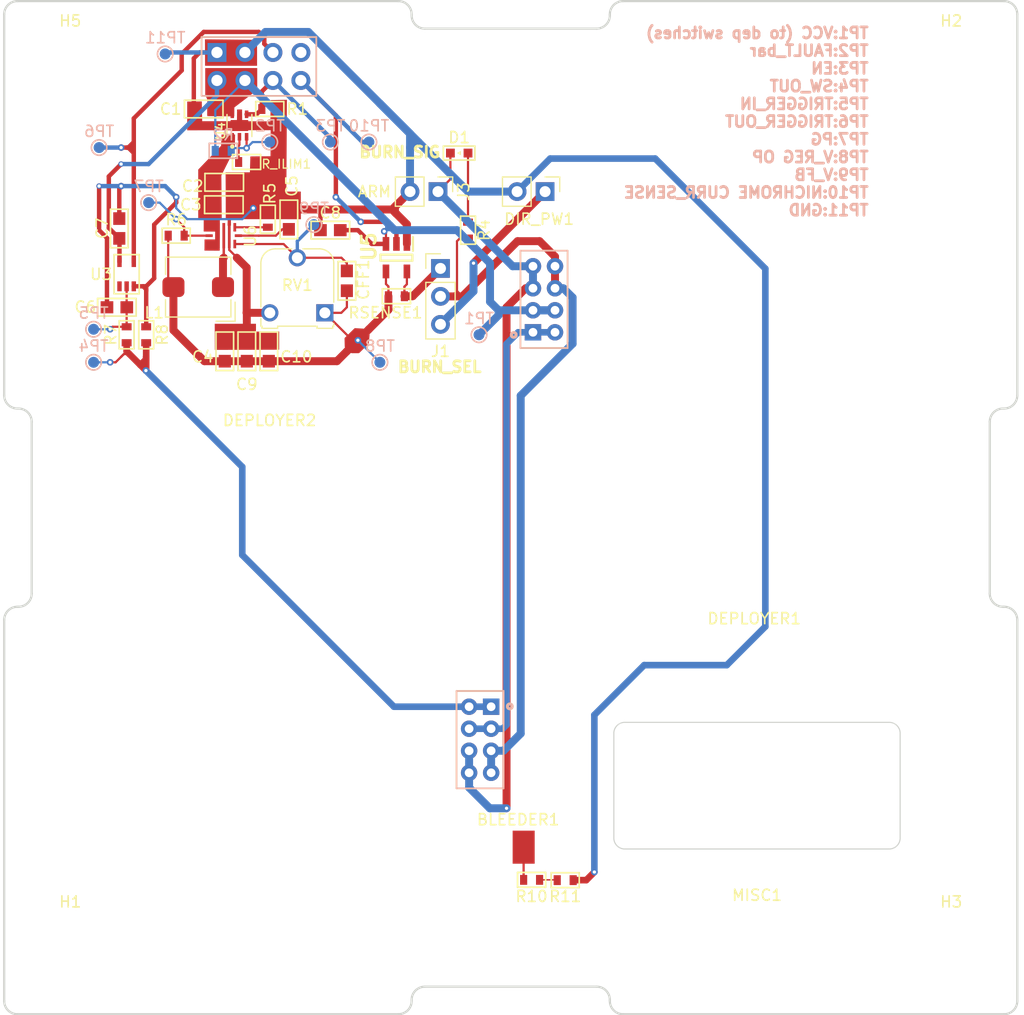
<source format=kicad_pcb>
(kicad_pcb (version 20240108) (generator "pcbnew") (generator_version "8.0")
  (layers (0 "F.Cu" signal "Top Layer") (31 "B.Cu" signal "Bottom Layer") (34 "B.Paste" user "Bottom Paste") (35 "F.Paste" user "Top Paste") (36 "B.SilkS" user "Bottom Overlay") (37 "F.SilkS" user "Top Overlay") (38 "B.Mask" user "Bottom Solder") (39 "F.Mask" user "Top Solder") (44 "Edge.Cuts" user))
  (property "ADDRESS1" "Engineering Office Wing Room 148, University of Victoria")
  (property "ADDRESS2" "3800 Finnerty Road")
  (property "ADDRESS3" "Victoria, BC, Canada")
  (property "ADDRESS4" "V8P 5C2")
  (property "APPROVEDBY" "")
  (property "AUTHOR" "Alexander Doknjas")
  (property "CONFIGURATIONPARAMETERS" "")
  (property "CONFIGURATORNAME" "")
  (property "DOCUMENTNUMBER" "13")
  (property "ENGINEER" "Alexander Doknjas")
  (property "ISUSERCONFIGURABLE" "")
  (property "PAGESETUP" "Record=PageOptions¦CenterHorizontal=True¦CenterVertical=True¦PrintScale=1.00¦XCorrection=1.00¦YCorrection=1.00¦PrintKind=1¦BorderSize=5000000¦LeftOffset=0¦BottomOffset=0¦Orientation=2¦PaperLength=1000¦PaperWidth=1000¦Scale=100¦PaperSource=7¦PrintQuality=-4¦MediaType=1¦DitherType=10¦PaperKind=Ledger¦PrintScaleMode=1")
  (property "SHEETTOTAL" "13")
  (property "SUBTITLE" "Subtitle")
  (property "VERSIONCONTROL_PROJFOLDERREVNUMBER" "")
  (property "VERSIONCONTROL_REVNUMBER" "")
  (net 0 "")
  (net 1 "/NetBLEEDER1_1")
  (net 2 "Net-(J1-Pin_2)")
  (net 3 "Vcc")
  (net 4 "Net-(J1-Pin_1)")
  (net 5 "/TRIGGER_IN")
  (net 6 "/NetD1_2")
  (net 7 "/RBW-LOW")
  (net 8 "Net-(U6-SW)")
  (net 9 "/NetDEPLOYER1_1")
  (net 10 "/SW_OUT")
  (net 11 "/Burn")
  (net 12 "GND")
  (net 13 "/VR")
  (net 15 "/NetR10_2")
  (net 16 "/TRIGGER_OUT")
  (net 18 "Net-(U6-SS_TR)")
  (net 19 "Net-(U6-FB)")
  (net 20 "/EN")
  (net 21 "/CS")
  (net 22 "Net-(U4-ILIM)")
  (net 23 "Net-(U4-~{FAULT})")
  (net 24 "Net-(U6-COMP_FSET)")
  (net 25 "Net-(U6-PG)")
  (net 26 "Net-(DIR_PW1-Pin_1)")
  (footprint "antenna:RES_0603_Panasonic" (layer "F.Cu") (at 147.0761 126.3986)
    (property "Reference" "R10")
    (property "Value" "10M" (hide yes))
  )
  (footprint "antenna:HEAD_TSW-104-14-L-D" (layer "F.Cu") (at 118.5045 53.8036)
    (property "Reference" "J4" (hide yes))
    (property "Value" "Backplane" (hide yes))
  )
  (footprint "antenna:RES_0603_Panasonic" (layer "F.Cu") (at 110.3011 76.8986 90)
    (property "Reference" "R7")
    (property "Value" "100k" (hide yes))
  )
  (footprint "MountingHole:MountingHole_3.2mm_M3" (layer "F.Cu") (at 105.1819 132.5986)
    (property "Reference" "H1")
    (property "Value" "MountingHole")
  )
  (footprint "antenna:CAP-0603-KEMET" (layer "F.Cu") (at 130.3011 71.9986 -90)
    (property "Reference" "CFF1")
    (property "Value" "120pF" (hide yes))
  )
  (footprint "antenna:MISC-BLEEDER-PAD" (layer "F.Cu") (at 146.35528 123.43136 -90)
    (property "Reference" "BLEEDER1")
    (property "Value" "Present (no need to buy)" (hide yes))
  )
  (footprint "antenna:RES_0603_Panasonic" (layer "F.Cu") (at 141.3011 67.3986 -90)
    (property "Reference" "R4")
    (property "Value" "1k" (hide yes))
  )
  (footprint "KiCad:SOT95P280X145-5N" (layer "F.Cu") (at 134.8011 69.8986 -90)
    (property "Reference" "U5")
    (property "Value" "MAX4372TEUK_T" (hide yes))
  )
  (footprint "antenna:CAP-0603-KEMET" (layer "F.Cu") (at 119.214691 78.3986 -90)
    (property "Reference" "C4")
    (property "Value" "22µF" (hide yes))
  )
  (footprint "antenna:RES_0603_Panasonic" (layer "F.Cu") (at 134.8011 73.3986)
    (property "Reference" "RSENSE1")
    (property "Value" "20m" (hide yes))
  )
  (footprint "MountingHole:MountingHole_3.2mm_M3" (layer "F.Cu") (at 185.1819 52.5986)
    (property "Reference" "H2")
    (property "Value" "MountingHole")
  )
  (footprint "Inductor_SMD:L_Bourns_SRP5030T" (layer "F.Cu") (at 116.8011 72.56769 180)
    (property "Reference" "L1")
    (property "Value" "0.56uH" (hide yes))
  )
  (footprint "Connector_PinHeader_2.54mm:PinHeader_1x02_P2.54mm_Vertical" (layer "F.Cu") (at 138.5761 63.8986 -90)
    (property "Reference" "J3")
    (property "Value" "ARM_Header" (hide yes))
  )
  (footprint "antenna:CAP-0603-KEMET" (layer "F.Cu") (at 119.13017 65.088575 180)
    (property "Reference" "C3")
    (property "Value" "22uF" (hide yes))
  )
  (footprint "antenna:CAP-0603-KEMET" (layer "F.Cu") (at 109.633707 67.247641 -90)
    (property "Reference" "C7")
    (property "Value" "0.1u" (hide yes))
  )
  (footprint "antenna:RES_0603_Panasonic" (layer "F.Cu") (at 121.194372 61.209901)
    (property "Reference" "R_ILIM1")
    (property "Value" "50k" (hide yes))
  )
  (footprint "antenna:RES_0603_Panasonic" (layer "F.Cu") (at 123.12346 66.408984 90)
    (property "Reference" "R5")
    (property "Value" "8.06k" (hide yes))
  )
  (footprint "antenna:IC_SC70-5" (layer "F.Cu") (at 110.3011 71.3986 180)
    (property "Reference" "U3")
    (property "Value" "SN74LVC1G17QDCKRQ1" (hide yes))
  )
  (footprint "antenna:RES_0603_Panasonic" (layer "F.Cu") (at 150.12717 126.42465)
    (property "Reference" "R11")
    (property "Value" "10M" (hide yes))
  )
  (footprint "antenna:LED_0603_150060RS75000" (layer "F.Cu") (at 139.7011 60.3986)
    (property "Reference" "D1")
    (property "Value" "RED")
  )
  (footprint "antenna:CAP-0603-KEMET" (layer "F.Cu") (at 109.41471 74.402132)
    (property "Reference" "C6")
    (property "Value" "1u" (hide yes))
  )
  (footprint "antenna:MISC-FERRITE-2661480002" (layer "F.Cu") (at 167.5433 117.8444 180)
    (property "Reference" "MISC1")
    (property "Value" "Ferrite bead")
    (fp_poly (pts (xy -13 4.75) (xy -13 -4.75) (xy -13 -4.84849) (xy -12.96157 -5.04169) (xy -12.88619 -5.22368) (xy -12.77675 -5.38746) (xy -12.63746 -5.52675) (xy -12.47368 -5.63619) (xy -12.29169 -5.71157) (xy -12.09849 -5.75) (xy -12 -5.75) (xy 12 -5.75) (xy 12.09849 -5.75) (xy 12.29169 -5.71157) (xy 12.47368 -5.63619) (xy 12.63746 -5.52675) (xy 12.77675 -5.38746) (xy 12.88619 -5.22368) (xy 12.96157 -5.04169) (xy 13 -4.84849) (xy 13 -4.75) (xy 13 4.75) (xy 13 4.84849) (xy 12.96157 5.04169) (xy 12.88619 5.22368) (xy 12.77675 5.38746) (xy 12.63746 5.52675) (xy 12.47368 5.63619) (xy 12.29169 5.71157) (xy 12.09849 5.75) (xy 12 5.75) (xy -12 5.75) (xy -12.09849 5.75) (xy -12.29169 5.71157) (xy -12.47368 5.63619) (xy -12.63746 5.52675) (xy -12.77675 5.38746) (xy -12.88619 5.22368) (xy -12.96157 5.04169) (xy -13 4.84849)) (stroke (width 0.1)) (fill none) (layer "Edge.Cuts"))
  )
  (footprint "antenna:RES_0603_Panasonic" (layer "F.Cu") (at 123.3011 56.3986 180)
    (property "Reference" "R1")
    (property "Value" "300k" (hide yes))
  )
  (footprint "antenna:CAP-0603-KEMET" (layer "F.Cu") (at 121.214691 78.3986 -90)
    (property "Reference" "C9")
    (property "Value" "22µF" (hide yes))
  )
  (footprint "antenna:RES_0603_Panasonic" (layer "F.Cu") (at 114.8011 67.8986)
    (property "Reference" "R6")
    (property "Value" "100k")
  )
  (footprint "MountingHole:MountingHole_3.2mm_M3" (layer "F.Cu") (at 185.1819 132.5986)
    (property "Reference" "H3")
    (property "Value" "MountingHole")
  )
  (footprint "Connector_PinHeader_2.54mm:PinHeader_1x03_P2.54mm_Vertical" (layer "F.Cu") (at 138.8011 70.8736)
    (property "Reference" "J1")
    (property "Value" "HEAD-RA-SMT-2.54mm-1x3" (hide yes))
  )
  (footprint "Potentiometer_THT:Potentiometer_Runtron_RM-065_Vertical" (layer "F.Cu") (at 128.3011 74.906421 180)
    (property "Reference" "RV1")
    (property "Value" "R_Potentiometer" (hide yes))
  )
  (footprint "antenna:MECH-DEPLOYER-CENTRE" (layer "F.Cu") (at 137.3011 103.075485)
    (property "Reference" "DEPLOYER2")
    (property "Value" "~" (hide yes))
  )
  (footprint "antenna:RES_0603_Panasonic" (layer "F.Cu") (at 112.0761 76.8986 -90)
    (property "Reference" "R8")
    (property "Value" "1k" (hide yes))
  )
  (footprint "antenna:CAP-0603-KEMET" (layer "F.Cu") (at 117.3011 56.3986)
    (property "Reference" "C1")
    (property "Value" "0.1µF" (hide yes))
  )
  (footprint "MountingHole:MountingHole_3.2mm_M3" (layer "F.Cu") (at 105.1819 52.5986)
    (property "Reference" "H5")
    (property "Value" "MountingHole")
  )
  (footprint "antenna:MECH-Deployer-Shield" (layer "F.Cu") (at 153.3011 84.275485 180)
    (property "Reference" "DEPLOYER1")
    (property "Value" "~" (hide yes))
  )
  (footprint "antenna:CAP-0603-KEMET" (layer "F.Cu") (at 123.214691 78.3986 -90)
    (property "Reference" "C10")
    (property "Value" "10µF" (hide yes))
  )
  (footprint "antenna:CAP-0603-KEMET" (layer "F.Cu") (at 119.162923 63.052123 180)
    (property "Reference" "C2")
    (property "Value" "22µF" (hide yes))
  )
  (footprint "antenna:CAP-0603-KEMET" (layer "F.Cu") (at 128.8011 67.3986)
    (property "Reference" "C8")
    (property "Value" "0.1uF")
  )
  (footprint "Connector_PinHeader_2.54mm:PinHeader_1x02_P2.54mm_Vertical" (layer "F.Cu") (at 148.3011 63.8986 -90)
    (property "Reference" "DIR_PW1")
    (property "Value" "ARM_Header")
  )
  (footprint "TPS62812QWRWYRQ1 footprint symbol:RWY0009A" (layer "F.Cu") (at 119.121336 67.898599 90)
    (property "Reference" "U6")
    (property "Value" "TPS62812QWRWYRQ1" (hide yes))
    (property "VALUE" "Value" (hide yes))
  )
  (footprint "TPS25200DRVR footprint symbol:SON65P200X200X80-7N" (layer "F.Cu") (at 120.544373 57.8986 90)
    (property "Reference" "U4")
    (property "Value" "TPS25200DRVR" (hide yes))
  )
  (footprint "antenna:CAP-0603-KEMET" (layer "F.Cu") (at 125.032633 66.42458 -90)
    (property "Reference" "C5")
    (property "Value" "4.7nF")
  )
  (footprint "antenna:MISC-TP-SURF" (layer "B.Cu") (at 127.3011 66.8986 180)
    (property "Reference" "TP9")
    (property "Value" "Test points")
  )
  (footprint "antenna:MISC-TP-SURF" (layer "B.Cu") (at 107.3011 76.3986 180)
    (property "Reference" "TP5")
    (property "Value" "Test points" (hide yes))
  )
  (footprint "antenna:RES_0603_Panasonic" (layer "B.Cu") (at 119.0761 60.195203 180)
    (property "Reference" "R2")
    (property "Value" "300k" (hide yes))
  )
  (footprint "antenna:MISC-TP-SURF" (layer "B.Cu") (at 133.3011 79.3986 180)
    (property "Reference" "TP8")
    (property "Value" "Test points")
  )
  (footprint "antenna:MISC-TP-SURF" (layer "B.Cu") (at 107.3011 79.3986 180)
    (property "Reference" "TP4")
    (property "Value" "Test points" (hide yes))
  )
  (footprint "antenna:MISC-TP-SURF" (layer "B.Cu") (at 128.8011 59.3986 180)
    (property "Reference" "TP3")
    (property "Value" "Test points")
  )
  (footprint "antenna:MISC-TP-SURF" (layer "B.Cu") (at 112.3011 64.8986 180)
    (property "Reference" "TP7")
    (property "Value" "Test points" (hide yes))
  )
  (footprint "antenna:MISC-TP-SURF" (layer "B.Cu") (at 107.8011 59.8986 180)
    (property "Reference" "TP6")
    (property "Value" "Test points" (hide yes))
  )
  (footprint "antenna:MISC-TP-SURF" (layer "B.Cu") (at 132.3011 59.3986 180)
    (property "Reference" "TP10")
    (property "Value" "Test points")
  )
  (footprint "antenna:MISC-TP-SURF" (layer "B.Cu") (at 113.8011 51.3986 180)
    (property "Reference" "TP11")
    (property "Value" "Test points")
  )
  (footprint "antenna:MISC-TP-SURF" (layer "B.Cu") (at 123.3011 59.3986 180)
    (property "Reference" "TP2")
    (property "Value" "Test points" (hide yes))
  )
  (footprint "antenna:MISC-TP-SURF" (layer "B.Cu") (at 142.3011 76.8986 180)
    (property "Reference" "TP1")
    (property "Value" "Test points" (hide yes))
  )
  (gr_poly (pts (xy 120.147961 58.71399) (xy 120.12733 59.990243) (xy 118.902962 62.432035) (xy 118.937954 66.3986) (xy 116.8011 66.3986) (xy 116.8011 61.8986) (xy 118.879293 59.734733) (xy 118.918404 58.709298)) (fill solid) (layer "F.Cu") (net 11))
  (gr_poly (pts (xy 119.481718 66.102057) (xy 119.470282 66.995192) (xy 119.773031 66.992224) (xy 119.772527 66.098585) (xy 119.570456 66.098683)) (fill solid) (layer "F.Cu") (net 12))
  (gr_poly (pts (xy 117.412926 50.06923) (xy 117.423514 52.472716) (xy 122.145781 52.472716) (xy 122.145781 50.111582)) (fill solid) (layer "F.Cu") (net 12))
  (gr_poly (pts (xy 117.161729 57.505158) (xy 120.316832 57.502529) (xy 120.331631 56.437881) (xy 120.784668 56.441505) (xy 120.793682 57.508642) (xy 123.355224 57.520869) (xy 123.384574 55.586922) (xy 124.858275 55.560968) (xy 124.8011 64.3986) (xy 119.3011 64.3986) (xy 119.286461 62.144175) (xy 121.492356 62.144174) (xy 121.538035 60.701301) (xy 123.365944 60.684301) (xy 123.380633 58.320335) (xy 115.8011 58.334373) (xy 115.8011 55.723579) (xy 117.124657 55.708831)) (fill solid) (layer "F.Cu") (net 12))
  (gr_poly (pts (xy 120.072184 57.067387) (xy 120.082837 56.254234) (xy 122.15987 54.67198) (xy 122.15987 52.680109) (xy 117.436633 52.680109) (xy 117.437417 55.084011) (xy 117.633637 55.558895) (xy 117.626659 57.04513)) (fill solid) (layer "F.Cu") (net 3))
  (gr_poly (pts (xy 124.151743 76.599886) (xy 124.151721 78.255226) (xy 118.309436 78.271991) (xy 118.3011 75.8986) (xy 122.045224 75.899918) (xy 122.047414 76.610939)) (fill solid) (layer "F.Cu") (net 12))
  (gr_poly (pts (xy 119.3011 63.8986) (xy 119.3011 66.3986) (xy 126.128848 66.407276) (xy 126.118793 63.89578)) (fill solid) (layer "F.Cu") (net 12))
  (gr_poly (pts (xy 130.189575 77.239211) (xy 131.048515 76.397623) (xy 131.768636 76.441004) (xy 132.263177 76.918193) (xy 132.193768 77.655667) (xy 131.369533 78.471226) (xy 130.744849 78.471226) (xy 130.206927 77.985361)) (stroke (width 0.2)) (fill solid) (layer "F.Cu") (net 13))
  (gr_poly (pts (xy 117.3011 65.8986) (xy 117.298994 67.524937) (xy 118.338036 67.529149) (xy 118.335998 68.240213) (xy 117.376945 68.242897) (xy 117.369348 69.258015) (xy 118.755097 69.266214) (xy 118.768742 65.904114)) (fill solid) (layer "F.Cu") (net 11))
  (gr_arc (start 136.1819 137.3986) (mid 135.830428 138.247128) (end 134.981901 138.5986) (stroke (width 0.2)) (layer "Edge.Cuts"))
  (gr_arc (start 100.4819 83.5986) (mid 101.330428 83.950072) (end 101.6819 84.7986) (stroke (width 0.2)) (layer "Edge.Cuts"))
  (gr_line (start 99.1819 47.7986) (end 99.1819 82.398601) (stroke (width 0.2)) (layer "Edge.Cuts"))
  (gr_arc (start 189.8819 101.5986) (mid 189.033372 101.247128) (end 188.6819 100.3986) (stroke (width 0.2)) (layer "Edge.Cuts"))
  (gr_line (start 191.1819 47.7986) (end 191.1819 82.3986) (stroke (width 0.2)) (layer "Edge.Cuts"))
  (gr_line (start 191.1819 102.7986) (end 191.1819 137.3986) (stroke (width 0.2)) (layer "Edge.Cuts"))
  (gr_line (start 100.3819 138.5986) (end 134.981901 138.5986) (stroke (width 0.2)) (layer "Edge.Cuts"))
  (gr_arc (start 191.1819 82.3986) (mid 190.830428 83.247128) (end 189.9819 83.5986) (stroke (width 0.2)) (layer "Edge.Cuts"))
  (gr_arc (start 152.9819 136.0986) (mid 153.830428 136.450072) (end 154.1819 137.2986) (stroke (width 0.2)) (layer "Edge.Cuts"))
  (gr_arc (start 155.3819 138.5986) (mid 154.533372 138.247128) (end 154.1819 137.3986) (stroke (width 0.2)) (layer "Edge.Cuts"))
  (gr_arc (start 189.9819 101.5986) (mid 190.830428 101.950072) (end 191.1819 102.7986) (stroke (width 0.2)) (layer "Edge.Cuts"))
  (gr_arc (start 101.6819 100.3986) (mid 101.330428 101.247128) (end 100.481901 101.5986) (stroke (width 0.2)) (layer "Edge.Cuts"))
  (gr_line (start 152.9819 136.0986) (end 137.3819 136.0986) (stroke (width 0.2)) (layer "Edge.Cuts"))
  (gr_line (start 100.3819 46.5986) (end 134.9819 46.5986) (stroke (width 0.2)) (layer "Edge.Cuts"))
  (gr_arc (start 99.1819 47.7986) (mid 99.533372 46.950072) (end 100.3819 46.5986) (stroke (width 0.2)) (layer "Edge.Cuts"))
  (gr_line (start 137.3819 49.0986) (end 152.9819 49.0986) (stroke (width 0.2)) (layer "Edge.Cuts"))
  (gr_line (start 188.6819 84.7986) (end 188.6819 100.3986) (stroke (width 0.2)) (layer "Edge.Cuts"))
  (gr_arc (start 137.3819 49.0986) (mid 136.533372 48.747128) (end 136.1819 47.898601) (stroke (width 0.2)) (layer "Edge.Cuts"))
  (gr_line (start 99.1819 102.7986) (end 99.1819 137.3986) (stroke (width 0.2)) (layer "Edge.Cuts"))
  (gr_arc (start 189.9819 46.5986) (mid 190.830428 46.950072) (end 191.1819 47.7986) (stroke (width 0.2)) (layer "Edge.Cuts"))
  (gr_line (start 189.9819 101.5986) (end 189.8819 101.5986) (stroke (width 0.2)) (layer "Edge.Cuts"))
  (gr_arc (start 154.1819 47.8986) (mid 153.830428 48.747128) (end 152.9819 49.0986) (stroke (width 0.2)) (layer "Edge.Cuts"))
  (gr_arc (start 188.6819 84.7986) (mid 189.033372 83.950072) (end 189.8819 83.5986) (stroke (width 0.2)) (layer "Edge.Cuts"))
  (gr_arc (start 191.1819 137.3986) (mid 190.830428 138.247128) (end 189.9819 138.5986) (stroke (width 0.2)) (layer "Edge.Cuts"))
  (gr_arc (start 100.3819 138.5986) (mid 99.533372 138.247128) (end 99.1819 137.3986) (stroke (width 0.2)) (layer "Edge.Cuts"))
  (gr_line (start 100.3819 101.5986) (end 100.481901 101.5986) (stroke (width 0.2)) (layer "Edge.Cuts"))
  (gr_line (start 136.1819 137.3986) (end 136.1819 137.2986) (stroke (width 0.2)) (layer "Edge.Cuts"))
  (gr_line (start 136.1819 47.7986) (end 136.1819 47.898601) (stroke (width 0.2)) (layer "Edge.Cuts"))
  (gr_arc (start 136.1819 137.2986) (mid 136.533372 136.450072) (end 137.3819 136.0986) (stroke (width 0.2)) (layer "Edge.Cuts"))
  (gr_line (start 155.3819 138.5986) (end 189.9819 138.5986) (stroke (width 0.2)) (layer "Edge.Cuts"))
  (gr_line (start 155.3819 46.5986) (end 189.9819 46.5986) (stroke (width 0.2)) (layer "Edge.Cuts"))
  (gr_arc (start 154.1819 47.7986) (mid 154.533372 46.950072) (end 155.3819 46.5986) (stroke (width 0.2)) (layer "Edge.Cuts"))
  (gr_line (start 189.9819 83.5986) (end 189.8819 83.5986) (stroke (width 0.2)) (layer "Edge.Cuts"))
  (gr_arc (start 99.1819 102.7986) (mid 99.533372 101.950072) (end 100.3819 101.5986) (stroke (width 0.2)) (layer "Edge.Cuts"))
  (gr_line (start 100.3819 83.5986) (end 100.4819 83.5986) (stroke (width 0.2)) (layer "Edge.Cuts"))
  (gr_arc (start 100.3819 83.5986) (mid 99.533372 83.247128) (end 99.1819 82.398601) (stroke (width 0.2)) (layer "Edge.Cuts"))
  (gr_line (start 101.6819 100.3986) (end 101.6819 84.7986) (stroke (width 0.2)) (layer "Edge.Cuts"))
  (gr_line (start 154.1819 137.3986) (end 154.1819 137.2986) (stroke (width 0.2)) (layer "Edge.Cuts"))
  (gr_arc (start 134.9819 46.5986) (mid 135.830428 46.950072) (end 136.1819 47.7986) (stroke (width 0.2)) (layer "Edge.Cuts"))
  (gr_line (start 154.1819 47.7986) (end 154.1819 47.8986) (stroke (width 0.2)) (layer "Edge.Cuts"))
  (gr_text "TP1:VCC (to dep switches)\nTP2:FAULT_bar\nTP3:EN\nTP4:SW_OUT\nTP5:TRIGGER_IN\nTP6:TRIGGER_OUT\nTP7:PG\nTP8:V_REG OP\nTP9:V_FB\nTP10:NICHROME CURR_SENSE\nTP11:GND\n\n\n" (at 177.8011 69.3986 0) (layer "B.SilkS") (effects (font (size 1 1) (thickness 0.25) (bold yes)) (justify left bottom mirror)))
  (gr_text "BURN_SEL" (at 134.8011 80.3986 0) (layer "F.SilkS") (effects (font (size 1 1) (thickness 0.25) (bold yes)) (justify left bottom)))
  (gr_text "BURN_SIG" (at 131.3011 60.8986 0) (layer "F.SilkS") (effects (font (size 1 1) (thickness 0.25) (bold yes)) (justify left bottom)))
  (segment (start 146.3511 126.3986) (end 146.3511 123.43554) (width 0.2) (layer "F.Cu") (net 1))
  (segment (start 146.3511 123.43554) (end 146.35528 123.43136) (width 0.2) (layer "F.Cu") (net 1))
  (segment (start 140.5761 68.1236) (end 141.3011 68.1236) (width 0.2) (layer "F.Cu") (net 2))
  (segment (start 140.3011 72.9286) (end 140.7861 73.4136) (width 0.2) (layer "F.Cu") (net 2))
  (segment (start 139.8011 73.4136) (end 138.8011 73.4136) (width 0.2) (layer "F.Cu") (net 2))
  (segment (start 140.3011 72.9136) (end 139.8011 73.4136) (width 0.2) (layer "F.Cu") (net 2))
  (segment (start 147.8011 68.3986) (end 149.2011 69.7986) (width 0.72) (layer "F.Cu") (net 2))
  (segment (start 140.3011 68.3986) (end 140.3011 72.9136) (width 0.2) (layer "F.Cu") (net 2))
  (segment (start 140.7861 73.4136) (end 145.8011 68.3986) (width 0.72) (layer "F.Cu") (net 2))
  (segment (start 145.8011 68.3986) (end 147.8011 68.3986) (width 0.72) (layer "F.Cu") (net 2))
  (segment (start 140.3011 72.9136) (end 140.3011 72.9286) (width 0.2) (layer "F.Cu") (net 2))
  (segment (start 149.2011 69.7986) (end 149.2011 70.675485) (width 0.72) (layer "F.Cu") (net 2))
  (segment (start 149.2011 70.675485) (end 149.2011 72.675485) (width 0.72) (layer "F.Cu") (net 2))
  (segment (start 140.5761 68.1236) (end 140.3011 68.3986) (width 0.2) (layer "F.Cu") (net 2))
  (segment (start 138.8011 73.4136) (end 140.7861 73.4136) (width 0.72) (layer "F.Cu") (net 2))
  (segment (start 146.08708 82.427087) (end 150.8011 77.713067) (width 0.72) (layer "B.Cu") (net 2))
  (segment (start 143.4011 114.675485) (end 143.4011 116.675485) (width 0.72) (layer "B.Cu") (net 2))
  (segment (start 149.959184 72.675485) (end 149.2011 72.675485) (width 0.72) (layer "B.Cu") (net 2))
  (segment (start 144.524215 114.675485) (end 146.08708 113.11262) (width 0.72) (layer "B.Cu") (net 2))
  (segment (start 150.8011 77.713067) (end 150.8011 73.517401) (width 0.72) (layer "B.Cu") (net 2))
  (segment (start 143.4011 114.675485) (end 144.524215 114.675485) (width 0.72) (layer "B.Cu") (net 2))
  (segment (start 146.08708 113.11262) (end 146.08708 82.427087) (width 0.72) (layer "B.Cu") (net 2))
  (segment (start 150.8011 73.517401) (end 149.959184 72.675485) (width 0.72) (layer "B.Cu") (net 2))
  (segment (start 132.5511 68.6486) (end 131.3011 67.3986) (width 0.4) (layer "F.Cu") (net 3))
  (segment (start 131.3011 67.3986) (end 129.7011 67.3986) (width 0.4) (layer "F.Cu") (net 3))
  (segment (start 133.8511 68.6486) (end 133.8511 67.66355) (width 0.2) (layer "F.Cu") (net 3))
  (segment (start 109.6511 70.2986) (end 109.6511 68.165034) (width 0.4) (layer "F.Cu") (net 3))
  (segment (start 109.6511 68.165034) (end 109.633707 68.147641) (width 0.4) (layer "F.Cu") (net 3))
  (segment (start 108.683707 62.515993) (end 108.683707 67.197641) (width 0.4) (layer "F.Cu") (net 3))
  (segment (start 108.683707 67.197641) (end 109.633707 68.147641) (width 0.4) (layer "F.Cu") (net 3))
  (segment (start 109.8011 61.3986) (end 108.683707 62.515993) (width 0.4) (layer "F.Cu") (net 3))
  (segment (start 133.8511 67.66355) (end 133.693625 67.506075) (width 0.2) (layer "F.Cu") (net 3))
  (segment (start 133.8511 68.6486) (end 132.5511 68.6486) (width 0.4) (layer "F.Cu") (net 3))
  (via (at 133.693625 67.506075) (size 0.6) (drill 0.3) (layers "F.Cu" "B.Cu") (net 3))
  (via (at 109.8011 61.3986) (size 0.5) (drill 0.3) (layers "F.Cu" "B.Cu") (net 3))
  (segment (start 134.6395 67.3986) (end 140.3011 67.3986) (width 0.72) (layer "B.Cu") (net 3))
  (segment (start 134.2203 66.9794) (end 134.6395 67.3986) (width 0.72) (layer "B.Cu") (net 3))
  (segment (start 140.3011 67.3986) (end 143.3011 70.3986) (width 0.72) (layer "B.Cu") (net 3))
  (segment (start 121.0445 53.8036) (end 132.4703 65.2294) (width 0.72) (layer "B.Cu") (net 3))
  (segment (start 133.8011 67.3986) (end 134.6395 67.3986) (width 0.2) (layer "B.Cu") (net 3))
  (segment (start 133.4703 66.2294) (end 133.9703 66.7294) (width 0.72) (layer "B.Cu") (net 3))
  (segment (start 144.077985 74.675485) (end 149.2011 74.675485) (width 0.72) (layer "B.Cu") (net 3))
  (segment (start 112.29105 61.3986) (end 118.5045 55.18515) (width 0.4) (layer "B.Cu") (net 3))
  (segment (start 147.2011 74.675485) (end 149.2011 74.675485) (width 0.72) (layer "B.Cu") (net 3))
  (segment (start 142.3011 76.8986) (end 144.077985 75.121715) (width 0.72) (layer "B.Cu") (net 3))
  (segment (start 118.499538 53.808562) (end 118.5045 53.8036) (width 0.5) (layer "B.Cu") (net 3))
  (segment (start 133.693625 67.506075) (end 133.8011 67.3986) (width 0.2) (layer "B.Cu") (net 3))
  (segment (start 133.868276 66.831424) (end 133.9703 66.7294) (width 0.2) (layer "B.Cu") (net 3))
  (segment (start 133.868276 67.331424) (end 133.868276 66.831424) (width 0.2) (layer "B.Cu") (net 3))
  (segment (start 118.5045 55.18515) (end 118.5045 53.8036) (width 0.4) (layer "B.Cu") (net 3))
  (segment (start 133.9703 66.7294) (end 134.2203 66.9794) (width 0.72) (layer "B.Cu") (net 3))
  (segment (start 133.2203 65.9794) (end 133.4703 66.2294) (width 0.72) (layer "B.Cu") (net 3))
  (segment (start 143.3011 70.3986) (end 143.3011 73.8986) (width 0.72) (layer "B.Cu") (net 3))
  (segment (start 143.3011 73.8986) (end 144.077985 74.675485) (width 0.72) (layer "B.Cu") (net 3))
  (segment (start 118.5045 53.8036) (end 118.5045 54.2452) (width 0.2) (layer "B.Cu") (net 3))
  (segment (start 133.693625 67.506075) (end 134.2203 66.9794) (width 0.2) (layer "B.Cu") (net 3))
  (segment (start 144.077985 75.121715) (end 144.077985 74.675485) (width 0.72) (layer "B.Cu") (net 3))
  (segment (start 109.8011 61.3986) (end 112.29105 61.3986) (width 0.4) (layer "B.Cu") (net 3))
  (segment (start 118.3511 60.195203) (end 118.3511 56.497) (width 0.2) (layer "B.Cu") (net 3))
  (segment (start 133.693625 67.506075) (end 133.868276 67.331424) (width 0.2) (layer "B.Cu") (net 3))
  (segment (start 118.3511 56.497) (end 121.0445 53.8036) (width 0.2) (layer "B.Cu") (net 3))
  (segment (start 118.5045 54.2452) (end 118.3511 54.3986) (width 0.2) (layer "B.Cu") (net 3))
  (segment (start 132.4703 65.2294) (end 133.2203 65.9794) (width 0.72) (layer "B.Cu") (net 3))
  (segment (start 136.2761 73.3986) (end 138.8011 70.8736) (width 0.72) (layer "F.Cu") (net 4))
  (segment (start 135.5261 72.529173) (end 135.5261 73.3986) (width 0.2) (layer "F.Cu") (net 4))
  (segment (start 135.5261 73.3986) (end 136.2761 73.3986) (width 0.72) (layer "F.Cu") (net 4))
  (segment (start 135.7511 71.1486) (end 135.7511 72.304173) (width 0.2) (layer "F.Cu") (net 4))
  (segment (start 135.7511 72.304173) (end 135.5261 72.529173) (width 0.2) (layer "F.Cu") (net 4))
  (segment (start 110.3011 74.388522) (end 110.31471 74.402132) (width 0.2) (layer "F.Cu") (net 5))
  (segment (start 110.3011 74.415742) (end 110.31471 74.402132) (width 0.2) (layer "F.Cu") (net 5))
  (segment (start 109.0261 76.1736) (end 108.8011 76.3986) (width 0.2) (layer "F.Cu") (net 5))
  (segment (start 110.3011 76.1736) (end 109.0261 76.1736) (width 0.2) (layer "F.Cu") (net 5))
  (segment (start 110.3011 76.1736) (end 110.3011 74.415742) (width 0.2) (layer "F.Cu") (net 5))
  (segment (start 110.3011 72.4986) (end 110.3011 74.388522) (width 0.2) (layer "F.Cu") (net 5))
  (via (at 108.8011 76.3986) (size 0.6) (drill 0.3) (layers "F.Cu" "B.Cu") (net 5))
  (segment (start 108.8011 76.3986) (end 107.3011 76.3986) (width 0.2) (layer "B.Cu") (net 5))
  (segment (start 141.3011 66.6736) (end 141.3011 60.3986) (width 0.2) (layer "F.Cu") (net 6))
  (segment (start 146.535536 72.675485) (end 144.8011 74.409921) (width 0.72) (layer "F.Cu") (net 7))
  (segment (start 139.7011 60.3986) (end 139.7011 62.7736) (width 0.2) (layer "F.Cu") (net 7))
  (segment (start 147.2011 72.675485) (end 146.535536 72.675485) (width 0.72) (layer "F.Cu") (net 7))
  (segment (start 139.7011 62.7736) (end 138.5761 63.8986) (width 0.2) (layer "F.Cu") (net 7))
  (segment (start 144.8011 74.409921) (end 144.8011 119.8986) (width 0.72) (layer "F.Cu") (net 7))
  (via (at 144.8011 119.8986) (size 0.6) (drill 0.3) (layers "F.Cu" "B.Cu") (net 7))
  (segment (start 141.4011 118.0211) (end 143.2786 119.8986) (width 0.72) (layer "B.Cu") (net 7))
  (segment (start 141.4011 116.675485) (end 141.4011 118.0211) (width 0.72) (layer "B.Cu") (net 7))
  (segment (start 141.4011 114.675485) (end 141.4011 116.675485) (width 0.72) (layer "B.Cu") (net 7))
  (segment (start 138.5761 63.8986) (end 145.352985 70.675485) (width 0.72) (layer "B.Cu") (net 7))
  (segment (start 139.0786 63.8986) (end 138.5761 63.8986) (width 0.72) (layer "B.Cu") (net 7))
  (segment (start 144.8011 119.8986) (end 143.2786 119.8986) (width 0.72) (layer "B.Cu") (net 7))
  (segment (start 145.352985 70.675485) (end 147.2011 70.675485) (width 0.72) (layer "B.Cu") (net 7))
  (segment (start 147.2011 70.675485) (end 147.2011 72.675485) (width 0.72) (layer "B.Cu") (net 7))
  (segment (start 119.121336 69.895317) (end 119.118053 69.8986) (width 0.2) (layer "F.Cu") (net 8))
  (segment (start 119.121336 67.898599) (end 119.121336 69.629097) (width 0.2) (layer "F.Cu") (net 8))
  (segment (start 119.0511 69.965553) (end 119.0511 72.56769) (width 0.72) (layer "F.Cu") (net 8))
  (segment (start 119.121336 69.629097) (end 119.12332 69.631081) (width 0.2) (layer "F.Cu") (net 8))
  (segment (start 119.121336 69.895317) (end 119.0511 69.965553) (width 0.72) (layer "F.Cu") (net 8))
  (segment (start 119.121336 67.898599) (end 119.121336 69.895317) (width 0.2) (layer "F.Cu") (net 8))
  (segment (start 144.443844 112.675485) (end 143.4011 112.675485) (width 0.6) (layer "B.Cu") (net 9))
  (segment (start 144.8011 77.730641) (end 144.8011 112.318229) (width 0.6) (layer "B.Cu") (net 9))
  (segment (start 143.4011 112.675485) (end 141.4011 112.675485) (width 0.6) (layer "B.Cu") (net 9))
  (segment (start 147.2011 76.675485) (end 145.856256 76.675485) (width 0.6) (layer "B.Cu") (net 9))
  (segment (start 147.2011 76.675485) (end 149.2011 76.675485) (width 0.6) (layer "B.Cu") (net 9))
  (segment (start 145.856256 76.675485) (end 144.8011 77.730641) (width 0.6) (layer "B.Cu") (net 9))
  (segment (start 144.8011 112.318229) (end 144.443844 112.675485) (width 0.6) (layer "B.Cu") (net 9))
  (segment (start 110.3011 78.3986) (end 110.3011 77.6236) (width 0.6) (layer "F.Cu") (net 10))
  (segment (start 110.5511 78.6486) (end 110.3011 78.3986) (width 0.6) (layer "F.Cu") (net 10))
  (segment (start 111.5511 79.6486) (end 110.5511 78.6486) (width 0.6) (layer "F.Cu") (net 10))
  (segment (start 110.0511 78.6486) (end 110.5511 78.6486) (width 0.2) (layer "F.Cu") (net 10))
  (segment (start 112.0761 80.1236) (end 112.0761 78.8986) (width 0.6) (layer "F.Cu") (net 10))
  (segment (start 112.0511 80.1486) (end 111.5511 79.6486) (width 0.6) (layer "F.Cu") (net 10))
  (segment (start 112.0761 79.1236) (end 111.5511 79.6486) (width 0.6) (layer "F.Cu") (net 10))
  (segment (start 112.0761 78.8986) (end 112.0761 77.6236) (width 0.6) (layer "F.Cu") (net 10))
  (segment (start 109.3011 79.3986) (end 108.8011 79.3986) (width 0.2) (layer "F.Cu") (net 10))
  (segment (start 112.0511 80.1486) (end 112.0761 80.1236) (width 0.6) (layer "F.Cu") (net 10))
  (segment (start 112.0761 78.8986) (end 112.0761 79.1236) (width 0.6) (layer "F.Cu") (net 10))
  (segment (start 109.8011 78.8986) (end 109.3011 79.3986) (width 0.2) (layer "F.Cu") (net 10))
  (segment (start 110.3011 78.3986) (end 109.8011 78.8986) (width 0.2) (layer "F.Cu") (net 10))
  (segment (start 109.8011 78.8986) (end 110.0511 78.6486) (width 0.2) (layer "F.Cu") (net 10))
  (via (at 108.8011 79.3986) (size 0.6) (drill 0.3) (layers "F.Cu" "B.Cu") (net 10))
  (via (at 112.0511 80.1486) (size 0.6) (drill 0.3) (layers "F.Cu" "B.Cu") (net 10))
  (segment (start 141.4011 110.675485) (end 134.577985 110.675485) (width 0.6) (layer "B.Cu") (net 10))
  (segment (start 120.8011 96.8986) (end 120.8011 88.8986) (width 0.6) (layer "B.Cu") (net 10))
  (segment (start 134.577985 110.675485) (end 120.8011 96.8986) (width 0.6) (layer "B.Cu") (net 10))
  (segment (start 120.8011 88.8986) (end 112.0511 80.1486) (width 0.6) (layer "B.Cu") (net 10))
  (segment (start 108.8011 79.3986) (end 107.3011 79.3986) (width 0.2) (layer "B.Cu") (net 10))
  (segment (start 143.4011 110.675485) (end 141.4011 110.675485) (width 0.6) (layer "B.Cu") (net 10))
  (segment (start 112.8011 66.8986) (end 114.8011 64.8986) (width 0.4) (layer "F.Cu") (net 12))
  (segment (start 116.9361 51.2636) (end 118.5045 51.2636) (width 0.4) (layer "F.Cu") (net 12))
  (segment (start 121.214691 74.912191) (end 121.214691 77.4986) (width 0.72) (layer "F.Cu") (net 12))
  (segment (start 134.6686 65.2661) (end 134.6686 65.78306) (width 0.72) (layer "F.Cu") (net 12))
  (segment (start 111.8011 72.4986) (end 112.0761 72.4986) (width 0.4) (layer "F.Cu") (net 12))
  (segment (start 109.633707 66.347641) (end 109.633707 63.565993) (width 0.4) (layer "F.Cu") (net 12))
  (segment (start 134.9186 65.0161) (end 134.41012 65.52458) (width 0.72) (layer "F.Cu") (net 12))
  (segment (start 114.8011 64.8986) (end 114.8011 64.3986) (width 0.4) (layer "F.Cu") (net 12))
  (segment (start 127.8011 65.52458) (end 125.032633 65.52458) (width 0.72) (layer "F.Cu") (net 12))
  (segment (start 109.633707 63.565993) (end 109.8011 63.3986) (width 0.4) (layer "F.Cu") (net 12))
  (segment (start 120.03017 65.088575) (end 119.621336 65.497409) (width 0.2) (layer "F.Cu") (net 12))
  (segment (start 127.9011 67.3986) (end 127.9011 65.62458) (width 0.4) (layer "F.Cu") (net 12))
  (segment (start 112.0761 72.8986) (end 112.0761 72.7736) (width 0.4) (layer "F.Cu") (net 12))
  (segment (start 121.0445 51.2636) (end 121.34275 51.2636) (width 0.381) (layer "F.Cu") (net 12))
  (segment (start 112.0761 72.7736) (end 111.8011 72.4986) (width 0.4) (layer "F.Cu") (net 12))
  (segment (start 112.0761 72.8986) (end 112.0761 72.4986) (width 0.4) (layer "F.Cu") (net 12))
  (segment (start 135.7511 68.6486) (end 135.7511 66.86556) (width 0.72) (layer "F.Cu") (net 12))
  (segment (start 135.7511 66.86556) (end 134.79262 65.90708) (width 0.72) (layer "F.Cu") (net 12))
  (segment (start 150.85217 126.42465) (end 152.038085 126.42465) (width 0.6) (layer "F.Cu") (net 12))
  (segment (start 119.621336 69.195717) (end 120.3011 69.875481) (width 0.2) (layer "F.Cu") (net 12))
  (segment (start 116.4011 51.7986) (end 116.9361 51.2636) (width 0.4) (layer "F.Cu") (net 12))
  (segment (start 123.3011 74.906421) (end 121.208921 74.906421) (width 0.72) (layer "F.Cu") (net 12))
  (segment (start 118.5045 51.406508) (end 118.5045 51.2636) (width 1.27) (layer "F.Cu") (net 12))
  (segment (start 152.77505 125.687685) (end 152.038085 126.42465) (width 0.6) (layer "F.Cu") (net 12))
  (segment (start 136.0361 63.8986) (end 134.9186 65.0161) (width 0.72) (layer "F.Cu") (net 12))
  (segment (start 108.51471 68.11221) (end 108.3011 67.8986) (width 0.4) (layer "F.Cu") (net 12))
  (segment (start 120.3011 69.875481) (end 120.3011 69.8986) (width 0.2) (layer "F.Cu") (net 12))
  (segment (start 119.621336 67.898599) (end 119.621336 69.195717) (width 0.2) (layer "F.Cu") (net 12))
  (segment (start 108.51471 74.402132) (end 108.51471 68.11221) (width 0.4) (layer "F.Cu") (net 12))
  (segment (start 112.0761 72.4986) (end 112.8011 71.7736) (width 0.4) (layer "F.Cu") (net 12))
  (segment (start 120.3011 69.8986) (end 121.2011 70.7986) (width 0.72) (layer "F.Cu") (net 12))
  (segment (start 107.8011 67.3986) (end 107.8011 63.3986) (width 0.4) (layer "F.Cu") (net 12))
  (segment (start 121.2011 74.8986) (end 121.214691 74.912191) (width 0.72) (layer "F.Cu") (net 12))
  (segment (start 121.208921 74.906421) (end 121.2011 74.8986) (width 0.72) (layer "F.Cu") (net 12))
  (segment (start 134.9186 65.0161) (end 134.6686 65.2661) (width 0.72) (layer "F.Cu") (net 12))
  (segment (start 112.8011 71.7736) (end 112.8011 66.8986) (width 0.4) (layer "F.Cu") (net 12))
  (segment (start 127.9011 65.62458) (end 127.8011 65.52458) (width 0.4) (layer "F.Cu") (net 12))
  (segment (start 110.9511 72.4986) (end 111.8011 72.4986) (width 0.4) (layer "F.Cu") (net 12))
  (segment (start 134.41012 65.52458) (end 127.8011 65.52458) (width 0.72) (layer "F.Cu") (net 12))
  (segment (start 112.0761 76.1736) (end 112.0761 72.8986) (width 0.4) (layer "F.Cu") (net 12))
  (segment (start 121.2011 70.7986) (end 121.2011 74.8986) (width 0.72) (layer "F.Cu") (net 12))
  (segment (start 116.4011 56.3986) (end 116.4011 51.7986) (width 0.4) (layer "F.Cu") (net 12))
  (segment (start 134.79262 65.90708) (end 134.41012 65.52458) (width 0.72) (layer "F.Cu") (net 12))
  (segment (start 108.3011 67.8986) (end 107.8011 67.3986) (width 0.4) (layer "F.Cu") (net 12))
  (segment (start 134.6686 65.78306) (end 134.79262 65.90708) (width 0.72) (layer "F.Cu") (net 12))
  (via (at 114.8011 64.3986) (size 0.6) (drill 0.3) (layers "F.Cu" "B.Cu") (net 12))
  (via (at 152.77505 125.687685) (size 0.6) (drill 0.3) (layers "F.Cu" "B.Cu") (net 12))
  (via (at 107.8011 63.3986) (size 0.5) (drill 0.3) (layers "F.Cu" "B.Cu") (net 12))
  (via (at 121.8011 65.3986) (size 0.6) (drill 0.3) (layers "F.Cu" "B.Cu") (net 12))
  (via (at 109.8011 63.3986) (size 0.6) (drill 0.3) (layers "F.Cu" "B.Cu") (net 12))
  (segment (start 148.7611 60.8986) (end 145.7611 63.8986) (width 0.6) (layer "B.Cu") (net 12))
  (segment (start 133.3011 55.8986) (end 126.8011 49.3986) (width 0.72) (layer "B.Cu") (net 12))
  (segment (start 145.7611 63.8986) (end 141.3011 63.8986) (width 0.72) (layer "B.Cu") (net 12))
  (segment (start 121.8011 65.3986) (end 120.8011 66.3986) (width 0.2) (layer "B.Cu") (net 12))
  (segment (start 126.8011 49.3986) (end 122.9095 49.3986) (width 0.72) (layer "B.Cu") (net 12))
  (segment (start 118.5045 51.2636) (end 113.9361 51.2636) (width 0.4) (layer "B.Cu") (net 12))
  (segment (start 164.8011 106.8986) (end 168.3011 103.3986) (width 0.6) (layer "B.Cu") (net 12))
  (segment (start 112.8011 63.3986) (end 113.8011 63.3986) (width 0.4) (layer "B.Cu") (net 12))
  (segment (start 120.8011 66.3986) (end 115.8011 66.3986) (width 0.2) (layer "B.Cu") (net 12))
  (segment (start 136.0361 58.6336) (end 133.3011 55.8986) (width 0.72) (layer "B.Cu") (net 12))
  (segment (start 122.9095 49.3986) (end 121.0445 51.2636) (width 0.72) (layer "B.Cu") (net 12))
  (segment (start 113.8011 63.3986) (end 114.8011 64.3986) (width 0.4) (layer "B.Cu") (net 12))
  (segment (start 136.0361 63.8986) (end 136.0361 59.8986) (width 0.72) (layer "B.Cu") (net 12))
  (segment (start 136.8011 59.3986) (end 133.3011 55.8986) (width 0.72) (layer "B.Cu") (net 12))
  (segment (start 109.8011 63.3986) (end 112.8011 63.3986) (width 0.4) (layer "B.Cu") (net 12))
  (segment (start 115.8011 66.3986) (end 114.8011 65.3986) (width 0.2) (layer "B.Cu") (net 12))
  (segment (start 168.3011 103.3986) (end 168.3011 70.8986) (width 0.6) (layer "B.Cu") (net 12))
  (segment (start 136.0361 59.8986) (end 136.0361 58.6336) (width 0.72) (layer "B.Cu") (net 12))
  (segment (start 157.3011 106.8986) (end 164.8011 106.8986) (width 0.6) (layer "B.Cu") (net 12))
  (segment (start 113.9361 51.2636) (end 113.8011 51.3986) (width 0.4) (layer "B.Cu") (net 12))
  (segment (start 121.0445 51.2636) (end 121.35496 51.2636) (width 0.381) (layer "B.Cu") (net 12))
  (segment (start 152.77505 111.42465) (end 157.3011 106.8986) (width 0.6) (layer "B.Cu") (net 12))
  (segment (start 158.3011 60.8986) (end 148.7611 60.8986) (width 0.6) (layer "B.Cu") (net 12))
  (segment (start 114.8011 65.3986) (end 114.8011 64.3986) (width 0.2) (layer "B.Cu") (net 12))
  (segment (start 136.5361 59.3986) (end 136.0361 59.8986) (width 0.72) (layer "B.Cu") (net 12))
  (segment (start 107.8011 63.3986) (end 109.8011 63.3986) (width 0.4) (layer "B.Cu") (net 12))
  (segment (start 136.8011 59.3986) (end 136.5361 59.3986) (width 0.72) (layer "B.Cu") (net 12))
  (segment (start 168.3011 70.8986) (end 158.3011 60.8986) (width 0.6) (layer "B.Cu") (net 12))
  (segment (start 141.3011 63.8986) (end 136.8011 59.3986) (width 0.72) (layer "B.Cu") (net 12))
  (segment (start 152.77505 111.42465) (end 152.77505 125.687685) (width 0.6) (layer "B.Cu") (net 12))
  (segment (start 131.3011 77.3986) (end 130.793279 77.3986) (width 0.2) (layer "F.Cu") (net 13))
  (segment (start 114.5511 76.485926) (end 117.363774 79.2986) (width 0.72) (layer "F.Cu") (net 13))
  (segment (start 114.0761 67.8986) (end 114.0761 72.09269) (width 0.2) (layer "F.Cu") (net 13))
  (segment (start 130.793279 77.890779) (end 130.8011 77.8986) (width 0.2) (layer "F.Cu") (net 13))
  (segment (start 134.0761 74.6236) (end 134.0761 73.3986) (width 0.72) (layer "F.Cu") (net 13))
  (segment (start 129.793279 74.906421) (end 130.3011 74.3986) (width 0.2) (layer "F.Cu") (net 13))
  (segment (start 132.3011 76.3986) (end 134.0761 74.6236) (width 0.72) (layer "F.Cu") (net 13))
  (segment (start 114.0761 72.09269) (end 114.5511 72.56769) (width 0.2) (layer "F.Cu") (net 13))
  (segment (start 130.793279 77.3986) (end 130.793279 77.890779) (width 0.2) (layer "F.Cu") (net 13))
  (segment (start 114.5511 72.56769) (end 114.5511 76.485926) (width 0.72) (layer "F.Cu") (net 13))
  (segment (start 123.214691 79.2986) (end 123.908921 79.2986) (width 0.72) (layer "F.Cu") (net 13))
  (segment (start 133.8511 71.1486) (end 133.8511 72.287061) (width 0.2) (layer "F.Cu") (net 13))
  (segment (start 131.3011 77.3986) (end 132.3011 76.3986) (width 0.72) (layer "F.Cu") (net 13))
  (segment (start 128.3011 74.906421) (end 129.793279 74.906421) (width 0.2) (layer "F.Cu") (net 13))
  (segment (start 134.0761 72.512061) (end 134.0761 73.3986) (width 0.2) (layer "F.Cu") (net 13))
  (segment (start 130.8011 77.8986) (end 131.3011 77.3986) (width 0.72) (layer "F.Cu") (net 13))
  (segment (start 128.3011 74.906421) (end 130.793279 77.3986) (width 0.2) (layer "F.Cu") (net 13))
  (segment (start 133.8511 72.287061) (end 134.0761 72.512061) (width 0.2) (layer "F.Cu") (net 13))
  (segment (start 129.4011 79.2986) (end 130.3011 78.3986) (width 0.72) (layer "F.Cu") (net 13))
  (segment (start 130.3011 74.3986) (end 130.3011 72.8986) (width 0.2) (layer "F.Cu") (net 13))
  (segment (start 119.214691 79.2986) (end 123.214691 79.2986) (width 0.72) (layer "F.Cu") (net 13))
  (segment (start 130.3011 78.3986) (end 130.8011 77.8986) (width 0.72) (layer "F.Cu") (net 13))
  (segment (start 123.214691 79.2986) (end 129.4011 79.2986) (width 0.72) (layer "F.Cu") (net 13))
  (segment (start 117.363774 79.2986) (end 119.214691 79.2986) (width 0.72) (layer "F.Cu") (net 13))
  (via (at 131.3011 77.3986) (size 0.6) (drill 0.3) (layers "F.Cu" "B.Cu") (net 13))
  (segment (start 131.3011 77.3986) (end 133.3011 79.3986) (width 0.2) (layer "B.Cu") (net 13))
  (segment (start 147.8011 126.3986) (end 149.32717 126.3986) (width 0.127) (layer "F.Cu") (net 15))
  (segment (start 110.3011 59.8986) (end 109.8011 59.8986) (width 0.4) (layer "F.Cu") (net 16))
  (segment (start 110.4511 59.8986) (end 110.9511 59.3986) (width 0.4) (layer "F.Cu") (net 16))
  (segment (start 117.3011 49.3986) (end 122.3011 49.3986) (width 0.4) (layer "F.Cu") (net 16))
  (segment (start 122.8011 49.8986) (end 122.8011 50.4802) (width 0.4) (layer "F.Cu") (net 16))
  (segment (start 110.9511 59.8986) (end 110.3011 59.8986) (width 0.4) (layer "F.Cu") (net 16))
  (segment (start 110.9511 59.3986) (end 110.9511 57.2486) (width 0.4) (layer "F.Cu") (net 16))
  (segment (start 122.8011 50.4802) (end 123.5845 51.2636) (width 0.4) (layer "F.Cu") (net 16))
  (segment (start 110.9511 60.3986) (end 110.9511 59.8986) (width 0.4) (layer "F.Cu") (net 16))
  (segment (start 110.9511 70.2986) (end 110.9511 60.3986) (width 0.4) (layer "F.Cu") (net 16))
  (segment (start 110.9511 57.2486) (end 115.3011 52.8986) (width 0.4) (layer "F.Cu") (net 16))
  (segment (start 122.3011 49.3986) (end 122.8011 49.8986) (width 0.4) (layer "F.Cu") (net 16))
  (segment (start 110.9511 59.8986) (end 110.9511 59.3986) (width 0.4) (layer "F.Cu") (net 16))
  (segment (start 115.3011 52.8986) (end 115.3011 51.3986) (width 0.4) (layer "F.Cu") (net 16))
  (segment (start 110.3011 59.8986) (end 110.4511 59.8986) (width 0.4) (layer "F.Cu") (net 16))
  (segment (start 115.3011 51.3986) (end 117.3011 49.3986) (width 0.4) (layer "F.Cu") (net 16))
  (segment (start 110.4511 59.8986) (end 110.9511 60.3986) (width 0.4) (layer "F.Cu") (net 16))
  (via (at 109.8011 59.8986) (size 0.6) (drill 0.3) (layers "F.Cu" "B.Cu") (net 16))
  (segment (start 109.8011 59.8986) (end 107.8011 59.8986) (width 0.4) (layer "B.Cu") (net 16))
  (segment (start 120.446336 67.898599) (end 122.301099 67.898599) (width 0.2) (layer "F.Cu") (net 18))
  (segment (start 123.853914 67.8986) (end 124.427934 67.32458) (width 0.2) (layer "F.Cu") (net 18))
  (segment (start 122.301099 67.898599) (end 122.3011 67.8986) (width 0.2) (layer "F.Cu") (net 18))
  (segment (start 122.3011 67.8986) (end 123.853914 67.8986) (width 0.2) (layer "F.Cu") (net 18))
  (segment (start 124.427934 67.32458) (end 125.032633 67.32458) (width 0.2) (layer "F.Cu") (net 18))
  (segment (start 124.554178 68.659499) (end 125.8011 69.906421) (width 0.2) (layer "F.Cu") (net 19))
  (segment (start 130.3011 71.0986) (end 130.3011 70.3986) (width 0.2) (layer "F.Cu") (net 19))
  (segment (start 130.3011 70.3986) (end 129.808921 69.906421) (width 0.2) (layer "F.Cu") (net 19))
  (segment (start 129.808921 69.906421) (end 125.8011 69.906421) (width 0.2) (layer "F.Cu") (net 19))
  (segment (start 120.121333 68.659499) (end 124.554178 68.659499) (width 0.2) (layer "F.Cu") (net 19))
  (segment (start 125.8011 69.906421) (end 125.8011 68.3986) (width 0.3) (layer "B.Cu") (net 19))
  (segment (start 125.8011 68.3986) (end 127.3011 66.8986) (width 0.3) (layer "B.Cu") (net 19))
  (segment (start 123.5845 53.8036) (end 122.5761 54.812) (width 0.4) (layer "F.Cu") (net 20))
  (segment (start 122.5761 54.812) (end 122.5761 56.3986) (width 0.4) (layer "F.Cu") (net 20))
  (segment (start 121.194373 56.8786) (end 122.0961 56.8786) (width 0.4) (layer "F.Cu") (net 20))
  (segment (start 123.770598 53.989698) (end 123.5845 53.8036) (width 0.4) (layer "F.Cu") (net 20))
  (segment (start 122.0961 56.8786) (end 122.5761 56.3986) (width 0.4) (layer "F.Cu") (net 20))
  (segment (start 123.8011 54.0202) (end 123.5845 53.8036) (width 0.4) (layer "F.Cu") (net 20))
  (segment (start 123.5845 53.8036) (end 128.8011 59.0202) (width 0.4) (layer "B.Cu") (net 20))
  (segment (start 128.8011 59.0202) (end 128.8011 59.3986) (width 0.4) (layer "B.Cu") (net 20))
  (segment (start 129.3011 56.9802) (end 126.1245 53.8036) (width 0.4) (layer "F.Cu") (net 21))
  (segment (start 134.8011 67.6236) (end 134.8011 68.6486) (width 0.4) (layer "F.Cu") (net 21))
  (segment (start 129.3011 64.3986) (end 129.3011 56.9802) (width 0.4) (layer "F.Cu") (net 21))
  (segment (start 131.556125 66.643575) (end 133.821075 66.643575) (width 0.4) (layer "F.Cu") (net 21))
  (segment (start 133.821075 66.643575) (end 134.8011 67.6236) (width 0.4) (layer "F.Cu") (net 21))
  (via (at 131.556125 66.643575) (size 0.6) (drill 0.3) (layers "F.Cu" "B.Cu") (net 21))
  (via (at 129.3011 64.3986) (size 0.6) (drill 0.3) (layers "F.Cu" "B.Cu") (net 21))
  (segment (start 131.7195 59.3986) (end 132.3011 59.3986) (width 0.4) (layer "B.Cu") (net 21))
  (segment (start 131.556125 66.643575) (end 129.31115 64.3986) (width 0.4) (layer "B.Cu") (net 21))
  (segment (start 126.1245 53.8036) (end 131.7195 59.3986) (width 0.4) (layer "B.Cu") (net 21))
  (segment (start 129.31115 64.3986) (end 129.3011 64.3986) (width 0.4) (layer "B.Cu") (net 21))
  (segment (start 120.544373 58.9186) (end 120.544373 59.655327) (width 0.2) (layer "F.Cu") (net 22))
  (segment (start 120.544373 59.655327) (end 120.469372 59.730328) (width 0.2) (layer "F.Cu") (net 22))
  (segment (start 120.469372 59.730328) (end 120.469372 61.209901) (width 0.2) (layer "F.Cu") (net 22))
  (segment (start 121.194373 59.947744) (end 121.194373 58.9186) (width 0.2) (layer "F.Cu") (net 23))
  (via (at 121.194373 59.947744) (size 0.6) (drill 0.3) (layers "F.Cu" "B.Cu") (net 23))
  (segment (start 121.194373 59.947744) (end 120.048559 59.947744) (width 0.2) (layer "B.Cu") (net 23))
  (segment (start 120.048559 59.947744) (end 119.8011 60.195203) (width 0.2) (layer "B.Cu") (net 23))
  (segment (start 121.194373 59.947744) (end 121.743517 59.3986) (width 0.2) (layer "B.Cu") (net 23))
  (segment (start 121.743517 59.3986) (end 123.3011 59.3986) (width 0.2) (layer "B.Cu") (net 23))
  (segment (start 120.121336 67.137699) (end 123.119745 67.137699) (width 0.2) (layer "F.Cu") (net 24))
  (segment (start 122.948072 67.137699) (end 123.126446 66.959325) (width 0.2) (layer "F.Cu") (net 24))
  (segment (start 123.119745 67.137699) (end 123.12346 67.133984) (width 0.2) (layer "F.Cu") (net 24))
  (segment (start 115.5261 67.8986) (end 115.5261 67.1236) (width 0.2) (layer "F.Cu") (net 25))
  (segment (start 117.796336 67.898599) (end 115.526101 67.898599) (width 0.2) (layer "F.Cu") (net 25))
  (segment (start 115.5261 67.1236) (end 114.8011 66.3986) (width 0.2) (layer "F.Cu") (net 25))
  (segment (start 115.526101 67.898599) (end 115.5261 67.8986) (width 0.2) (layer "F.Cu") (net 25))
  (via (at 114.8011 66.3986) (size 0.6) (drill 0.3) (layers "F.Cu" "B.Cu") (net 25))
  (segment (start 113.3011 64.8986) (end 112.3011 64.8986) (width 0.2) (layer "B.Cu") (net 25))
  (segment (start 114.8011 66.3986) (end 113.3011 64.8986) (width 0.2) (layer "B.Cu") (net 25))
  (segment (start 138.6311 76.1236) (end 138.8011 75.9536) (width 0.72) (layer "F.Cu") (net 26))
  (segment (start 148.3011 63.8986) (end 141.8011 70.3986) (width 0.72) (layer "F.Cu") (net 26))
  (via (at 141.8011 70.3986) (size 0.6) (drill 0.3) (layers "F.Cu" "B.Cu") (net 26))
  (segment (start 141.8011 70.3986) (end 141.8011 72.9536) (width 0.72) (layer "B.Cu") (net 26))
  (segment (start 141.8011 72.9536) (end 138.8011 75.9536) (width 0.72) (layer "B.Cu") (net 26))
)
</source>
